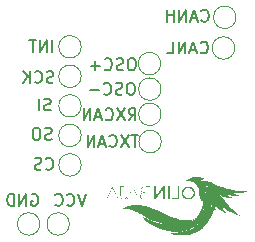
<source format=gbr>
%TF.GenerationSoftware,KiCad,Pcbnew,(6.0.7)*%
%TF.CreationDate,2022-10-19T11:36:30-04:00*%
%TF.ProjectId,SPItoCAN,53504974-6f43-4414-9e2e-6b696361645f,rev?*%
%TF.SameCoordinates,Original*%
%TF.FileFunction,Legend,Bot*%
%TF.FilePolarity,Positive*%
%FSLAX46Y46*%
G04 Gerber Fmt 4.6, Leading zero omitted, Abs format (unit mm)*
G04 Created by KiCad (PCBNEW (6.0.7)) date 2022-10-19 11:36:30*
%MOMM*%
%LPD*%
G01*
G04 APERTURE LIST*
%ADD10C,0.150000*%
%ADD11C,0.120000*%
G04 APERTURE END LIST*
D10*
%TO.C,GND*%
X20761904Y-30000000D02*
X20857142Y-29952380D01*
X21000000Y-29952380D01*
X21142857Y-30000000D01*
X21238095Y-30095238D01*
X21285714Y-30190476D01*
X21333333Y-30380952D01*
X21333333Y-30523809D01*
X21285714Y-30714285D01*
X21238095Y-30809523D01*
X21142857Y-30904761D01*
X21000000Y-30952380D01*
X20904761Y-30952380D01*
X20761904Y-30904761D01*
X20714285Y-30857142D01*
X20714285Y-30523809D01*
X20904761Y-30523809D01*
X20285714Y-30952380D02*
X20285714Y-29952380D01*
X19714285Y-30952380D01*
X19714285Y-29952380D01*
X19238095Y-30952380D02*
X19238095Y-29952380D01*
X19000000Y-29952380D01*
X18857142Y-30000000D01*
X18761904Y-30095238D01*
X18714285Y-30190476D01*
X18666666Y-30380952D01*
X18666666Y-30523809D01*
X18714285Y-30714285D01*
X18761904Y-30809523D01*
X18857142Y-30904761D01*
X19000000Y-30952380D01*
X19238095Y-30952380D01*
%TO.C,VCC*%
X25333333Y-29952380D02*
X25000000Y-30952380D01*
X24666666Y-29952380D01*
X23761904Y-30857142D02*
X23809523Y-30904761D01*
X23952380Y-30952380D01*
X24047619Y-30952380D01*
X24190476Y-30904761D01*
X24285714Y-30809523D01*
X24333333Y-30714285D01*
X24380952Y-30523809D01*
X24380952Y-30380952D01*
X24333333Y-30190476D01*
X24285714Y-30095238D01*
X24190476Y-30000000D01*
X24047619Y-29952380D01*
X23952380Y-29952380D01*
X23809523Y-30000000D01*
X23761904Y-30047619D01*
X22761904Y-30857142D02*
X22809523Y-30904761D01*
X22952380Y-30952380D01*
X23047619Y-30952380D01*
X23190476Y-30904761D01*
X23285714Y-30809523D01*
X23333333Y-30714285D01*
X23380952Y-30523809D01*
X23380952Y-30380952D01*
X23333333Y-30190476D01*
X23285714Y-30095238D01*
X23190476Y-30000000D01*
X23047619Y-29952380D01*
X22952380Y-29952380D01*
X22809523Y-30000000D01*
X22761904Y-30047619D01*
%TO.C,SO*%
X22450323Y-25322161D02*
X22307466Y-25369780D01*
X22069371Y-25369780D01*
X21974133Y-25322161D01*
X21926514Y-25274542D01*
X21878895Y-25179304D01*
X21878895Y-25084066D01*
X21926514Y-24988828D01*
X21974133Y-24941209D01*
X22069371Y-24893590D01*
X22259847Y-24845971D01*
X22355085Y-24798352D01*
X22402704Y-24750733D01*
X22450323Y-24655495D01*
X22450323Y-24560257D01*
X22402704Y-24465019D01*
X22355085Y-24417400D01*
X22259847Y-24369780D01*
X22021752Y-24369780D01*
X21878895Y-24417400D01*
X21259847Y-24369780D02*
X21069371Y-24369780D01*
X20974133Y-24417400D01*
X20878895Y-24512638D01*
X20831276Y-24703114D01*
X20831276Y-25036447D01*
X20878895Y-25226923D01*
X20974133Y-25322161D01*
X21069371Y-25369780D01*
X21259847Y-25369780D01*
X21355085Y-25322161D01*
X21450323Y-25226923D01*
X21497942Y-25036447D01*
X21497942Y-24703114D01*
X21450323Y-24512638D01*
X21355085Y-24417400D01*
X21259847Y-24369780D01*
%TO.C,CS*%
X21959866Y-27814542D02*
X22007485Y-27862161D01*
X22150342Y-27909780D01*
X22245580Y-27909780D01*
X22388438Y-27862161D01*
X22483676Y-27766923D01*
X22531295Y-27671685D01*
X22578914Y-27481209D01*
X22578914Y-27338352D01*
X22531295Y-27147876D01*
X22483676Y-27052638D01*
X22388438Y-26957400D01*
X22245580Y-26909780D01*
X22150342Y-26909780D01*
X22007485Y-26957400D01*
X21959866Y-27005019D01*
X21578914Y-27862161D02*
X21436057Y-27909780D01*
X21197961Y-27909780D01*
X21102723Y-27862161D01*
X21055104Y-27814542D01*
X21007485Y-27719304D01*
X21007485Y-27624066D01*
X21055104Y-27528828D01*
X21102723Y-27481209D01*
X21197961Y-27433590D01*
X21388438Y-27385971D01*
X21483676Y-27338352D01*
X21531295Y-27290733D01*
X21578914Y-27195495D01*
X21578914Y-27100257D01*
X21531295Y-27005019D01*
X21483676Y-26957400D01*
X21388438Y-26909780D01*
X21150342Y-26909780D01*
X21007485Y-26957400D01*
%TO.C,SI*%
X22367809Y-22832961D02*
X22224952Y-22880580D01*
X21986857Y-22880580D01*
X21891619Y-22832961D01*
X21844000Y-22785342D01*
X21796380Y-22690104D01*
X21796380Y-22594866D01*
X21844000Y-22499628D01*
X21891619Y-22452009D01*
X21986857Y-22404390D01*
X22177333Y-22356771D01*
X22272571Y-22309152D01*
X22320190Y-22261533D01*
X22367809Y-22166295D01*
X22367809Y-22071057D01*
X22320190Y-21975819D01*
X22272571Y-21928200D01*
X22177333Y-21880580D01*
X21939238Y-21880580D01*
X21796380Y-21928200D01*
X21367809Y-22880580D02*
X21367809Y-21880580D01*
%TO.C,SCK*%
X22596314Y-20521561D02*
X22453457Y-20569180D01*
X22215361Y-20569180D01*
X22120123Y-20521561D01*
X22072504Y-20473942D01*
X22024885Y-20378704D01*
X22024885Y-20283466D01*
X22072504Y-20188228D01*
X22120123Y-20140609D01*
X22215361Y-20092990D01*
X22405838Y-20045371D01*
X22501076Y-19997752D01*
X22548695Y-19950133D01*
X22596314Y-19854895D01*
X22596314Y-19759657D01*
X22548695Y-19664419D01*
X22501076Y-19616800D01*
X22405838Y-19569180D01*
X22167742Y-19569180D01*
X22024885Y-19616800D01*
X21024885Y-20473942D02*
X21072504Y-20521561D01*
X21215361Y-20569180D01*
X21310600Y-20569180D01*
X21453457Y-20521561D01*
X21548695Y-20426323D01*
X21596314Y-20331085D01*
X21643933Y-20140609D01*
X21643933Y-19997752D01*
X21596314Y-19807276D01*
X21548695Y-19712038D01*
X21453457Y-19616800D01*
X21310600Y-19569180D01*
X21215361Y-19569180D01*
X21072504Y-19616800D01*
X21024885Y-19664419D01*
X20596314Y-20569180D02*
X20596314Y-19569180D01*
X20024885Y-20569180D02*
X20453457Y-19997752D01*
X20024885Y-19569180D02*
X20596314Y-20140609D01*
%TO.C,OSC+*%
X29325676Y-18476980D02*
X29135200Y-18476980D01*
X29039961Y-18524600D01*
X28944723Y-18619838D01*
X28897104Y-18810314D01*
X28897104Y-19143647D01*
X28944723Y-19334123D01*
X29039961Y-19429361D01*
X29135200Y-19476980D01*
X29325676Y-19476980D01*
X29420914Y-19429361D01*
X29516152Y-19334123D01*
X29563771Y-19143647D01*
X29563771Y-18810314D01*
X29516152Y-18619838D01*
X29420914Y-18524600D01*
X29325676Y-18476980D01*
X28516152Y-19429361D02*
X28373295Y-19476980D01*
X28135200Y-19476980D01*
X28039961Y-19429361D01*
X27992342Y-19381742D01*
X27944723Y-19286504D01*
X27944723Y-19191266D01*
X27992342Y-19096028D01*
X28039961Y-19048409D01*
X28135200Y-19000790D01*
X28325676Y-18953171D01*
X28420914Y-18905552D01*
X28468533Y-18857933D01*
X28516152Y-18762695D01*
X28516152Y-18667457D01*
X28468533Y-18572219D01*
X28420914Y-18524600D01*
X28325676Y-18476980D01*
X28087580Y-18476980D01*
X27944723Y-18524600D01*
X26944723Y-19381742D02*
X26992342Y-19429361D01*
X27135200Y-19476980D01*
X27230438Y-19476980D01*
X27373295Y-19429361D01*
X27468533Y-19334123D01*
X27516152Y-19238885D01*
X27563771Y-19048409D01*
X27563771Y-18905552D01*
X27516152Y-18715076D01*
X27468533Y-18619838D01*
X27373295Y-18524600D01*
X27230438Y-18476980D01*
X27135200Y-18476980D01*
X26992342Y-18524600D01*
X26944723Y-18572219D01*
X26516152Y-19096028D02*
X25754247Y-19096028D01*
X26135200Y-19476980D02*
X26135200Y-18715076D01*
%TO.C,OSC-*%
X29249476Y-20559780D02*
X29059000Y-20559780D01*
X28963761Y-20607400D01*
X28868523Y-20702638D01*
X28820904Y-20893114D01*
X28820904Y-21226447D01*
X28868523Y-21416923D01*
X28963761Y-21512161D01*
X29059000Y-21559780D01*
X29249476Y-21559780D01*
X29344714Y-21512161D01*
X29439952Y-21416923D01*
X29487571Y-21226447D01*
X29487571Y-20893114D01*
X29439952Y-20702638D01*
X29344714Y-20607400D01*
X29249476Y-20559780D01*
X28439952Y-21512161D02*
X28297095Y-21559780D01*
X28059000Y-21559780D01*
X27963761Y-21512161D01*
X27916142Y-21464542D01*
X27868523Y-21369304D01*
X27868523Y-21274066D01*
X27916142Y-21178828D01*
X27963761Y-21131209D01*
X28059000Y-21083590D01*
X28249476Y-21035971D01*
X28344714Y-20988352D01*
X28392333Y-20940733D01*
X28439952Y-20845495D01*
X28439952Y-20750257D01*
X28392333Y-20655019D01*
X28344714Y-20607400D01*
X28249476Y-20559780D01*
X28011380Y-20559780D01*
X27868523Y-20607400D01*
X26868523Y-21464542D02*
X26916142Y-21512161D01*
X27059000Y-21559780D01*
X27154238Y-21559780D01*
X27297095Y-21512161D01*
X27392333Y-21416923D01*
X27439952Y-21321685D01*
X27487571Y-21131209D01*
X27487571Y-20988352D01*
X27439952Y-20797876D01*
X27392333Y-20702638D01*
X27297095Y-20607400D01*
X27154238Y-20559780D01*
X27059000Y-20559780D01*
X26916142Y-20607400D01*
X26868523Y-20655019D01*
X26439952Y-21178828D02*
X25678047Y-21178828D01*
%TO.C,INT*%
X22520161Y-17927580D02*
X22520161Y-16927580D01*
X22043971Y-17927580D02*
X22043971Y-16927580D01*
X21472542Y-17927580D01*
X21472542Y-16927580D01*
X21139209Y-16927580D02*
X20567780Y-16927580D01*
X20853495Y-17927580D02*
X20853495Y-16927580D01*
%TO.C,RXCAN*%
X28974847Y-23718780D02*
X29308180Y-23242590D01*
X29546276Y-23718780D02*
X29546276Y-22718780D01*
X29165323Y-22718780D01*
X29070085Y-22766400D01*
X29022466Y-22814019D01*
X28974847Y-22909257D01*
X28974847Y-23052114D01*
X29022466Y-23147352D01*
X29070085Y-23194971D01*
X29165323Y-23242590D01*
X29546276Y-23242590D01*
X28641514Y-22718780D02*
X27974847Y-23718780D01*
X27974847Y-22718780D02*
X28641514Y-23718780D01*
X27022466Y-23623542D02*
X27070085Y-23671161D01*
X27212942Y-23718780D01*
X27308180Y-23718780D01*
X27451038Y-23671161D01*
X27546276Y-23575923D01*
X27593895Y-23480685D01*
X27641514Y-23290209D01*
X27641514Y-23147352D01*
X27593895Y-22956876D01*
X27546276Y-22861638D01*
X27451038Y-22766400D01*
X27308180Y-22718780D01*
X27212942Y-22718780D01*
X27070085Y-22766400D01*
X27022466Y-22814019D01*
X26641514Y-23433066D02*
X26165323Y-23433066D01*
X26736752Y-23718780D02*
X26403419Y-22718780D01*
X26070085Y-23718780D01*
X25736752Y-23718780D02*
X25736752Y-22718780D01*
X25165323Y-23718780D01*
X25165323Y-22718780D01*
%TO.C,TXCAN*%
X29773285Y-24979380D02*
X29201857Y-24979380D01*
X29487571Y-25979380D02*
X29487571Y-24979380D01*
X28963761Y-24979380D02*
X28297095Y-25979380D01*
X28297095Y-24979380D02*
X28963761Y-25979380D01*
X27344714Y-25884142D02*
X27392333Y-25931761D01*
X27535190Y-25979380D01*
X27630428Y-25979380D01*
X27773285Y-25931761D01*
X27868523Y-25836523D01*
X27916142Y-25741285D01*
X27963761Y-25550809D01*
X27963761Y-25407952D01*
X27916142Y-25217476D01*
X27868523Y-25122238D01*
X27773285Y-25027000D01*
X27630428Y-24979380D01*
X27535190Y-24979380D01*
X27392333Y-25027000D01*
X27344714Y-25074619D01*
X26963761Y-25693666D02*
X26487571Y-25693666D01*
X27059000Y-25979380D02*
X26725666Y-24979380D01*
X26392333Y-25979380D01*
X26059000Y-25979380D02*
X26059000Y-24979380D01*
X25487571Y-25979380D01*
X25487571Y-24979380D01*
%TO.C,CANH*%
X35126466Y-15266942D02*
X35174085Y-15314561D01*
X35316942Y-15362180D01*
X35412180Y-15362180D01*
X35555038Y-15314561D01*
X35650276Y-15219323D01*
X35697895Y-15124085D01*
X35745514Y-14933609D01*
X35745514Y-14790752D01*
X35697895Y-14600276D01*
X35650276Y-14505038D01*
X35555038Y-14409800D01*
X35412180Y-14362180D01*
X35316942Y-14362180D01*
X35174085Y-14409800D01*
X35126466Y-14457419D01*
X34745514Y-15076466D02*
X34269323Y-15076466D01*
X34840752Y-15362180D02*
X34507419Y-14362180D01*
X34174085Y-15362180D01*
X33840752Y-15362180D02*
X33840752Y-14362180D01*
X33269323Y-15362180D01*
X33269323Y-14362180D01*
X32793133Y-15362180D02*
X32793133Y-14362180D01*
X32793133Y-14838371D02*
X32221704Y-14838371D01*
X32221704Y-15362180D02*
X32221704Y-14362180D01*
%TO.C,CANL*%
X35058219Y-17959342D02*
X35105838Y-18006961D01*
X35248695Y-18054580D01*
X35343933Y-18054580D01*
X35486790Y-18006961D01*
X35582028Y-17911723D01*
X35629647Y-17816485D01*
X35677266Y-17626009D01*
X35677266Y-17483152D01*
X35629647Y-17292676D01*
X35582028Y-17197438D01*
X35486790Y-17102200D01*
X35343933Y-17054580D01*
X35248695Y-17054580D01*
X35105838Y-17102200D01*
X35058219Y-17149819D01*
X34677266Y-17768866D02*
X34201076Y-17768866D01*
X34772504Y-18054580D02*
X34439171Y-17054580D01*
X34105838Y-18054580D01*
X33772504Y-18054580D02*
X33772504Y-17054580D01*
X33201076Y-18054580D01*
X33201076Y-17054580D01*
X32248695Y-18054580D02*
X32724885Y-18054580D01*
X32724885Y-17054580D01*
%TO.C,G\u002A\u002A\u002A*%
G36*
X32455722Y-30398086D02*
G01*
X32337740Y-30398086D01*
X32337740Y-29327814D01*
X32455722Y-29327814D01*
X32455722Y-30398086D01*
G37*
G36*
X29650260Y-30896002D02*
G01*
X29844011Y-30905941D01*
X30041648Y-30927812D01*
X30244245Y-30961845D01*
X30452880Y-31008269D01*
X30668627Y-31067315D01*
X30892564Y-31139210D01*
X31125766Y-31224186D01*
X31194653Y-31251025D01*
X31270949Y-31281724D01*
X31346165Y-31313182D01*
X31422579Y-31346429D01*
X31502465Y-31382493D01*
X31588100Y-31422405D01*
X31681760Y-31467195D01*
X31785721Y-31517893D01*
X31902258Y-31575528D01*
X31931457Y-31590037D01*
X32029982Y-31638819D01*
X32116072Y-31681089D01*
X32191742Y-31717775D01*
X32259009Y-31749804D01*
X32319887Y-31778105D01*
X32376393Y-31803603D01*
X32430540Y-31827227D01*
X32484344Y-31849903D01*
X32539822Y-31872560D01*
X32598987Y-31896124D01*
X32613918Y-31901987D01*
X32802977Y-31971971D01*
X32988569Y-32032834D01*
X33169380Y-32084291D01*
X33344094Y-32126058D01*
X33511397Y-32157849D01*
X33669975Y-32179378D01*
X33818513Y-32190362D01*
X33955698Y-32190514D01*
X33981826Y-32189329D01*
X34053172Y-32184488D01*
X34118196Y-32177030D01*
X34181245Y-32166113D01*
X34246665Y-32150896D01*
X34318804Y-32130539D01*
X34402009Y-32104202D01*
X34414774Y-32100024D01*
X34463068Y-32084466D01*
X34505081Y-32071317D01*
X34538387Y-32061308D01*
X34560558Y-32055174D01*
X34569171Y-32053649D01*
X34569217Y-32053968D01*
X34562573Y-32061658D01*
X34545536Y-32077547D01*
X34520439Y-32099527D01*
X34489616Y-32125491D01*
X34422991Y-32178301D01*
X34278198Y-32278121D01*
X34124220Y-32364900D01*
X33960627Y-32438799D01*
X33786991Y-32499976D01*
X33602884Y-32548595D01*
X33407877Y-32584814D01*
X33201542Y-32608796D01*
X33174063Y-32610351D01*
X33130908Y-32611609D01*
X33076747Y-32612444D01*
X33014618Y-32612871D01*
X32947556Y-32612906D01*
X32878597Y-32612564D01*
X32810779Y-32611861D01*
X32747137Y-32610813D01*
X32690707Y-32609435D01*
X32644525Y-32607744D01*
X32611628Y-32605754D01*
X32396341Y-32583069D01*
X32157893Y-32547500D01*
X31915723Y-32500416D01*
X31668092Y-32441435D01*
X31413260Y-32370178D01*
X31149485Y-32286264D01*
X31094074Y-32267567D01*
X31018423Y-32241691D01*
X30956182Y-32219827D01*
X30905718Y-32201325D01*
X30865399Y-32185536D01*
X30833591Y-32171810D01*
X30808663Y-32159500D01*
X30788980Y-32147954D01*
X30772911Y-32136525D01*
X30762798Y-32128720D01*
X30718727Y-32096274D01*
X30663029Y-32057098D01*
X30597929Y-32012653D01*
X30525654Y-31964402D01*
X30448430Y-31913809D01*
X30368486Y-31862334D01*
X30288046Y-31811442D01*
X30209340Y-31762595D01*
X30134592Y-31717255D01*
X30089614Y-31690508D01*
X29963535Y-31617620D01*
X29846917Y-31553726D01*
X29737089Y-31497553D01*
X29631385Y-31447825D01*
X29527135Y-31403269D01*
X29421671Y-31362611D01*
X29312325Y-31324576D01*
X29187845Y-31285686D01*
X29067459Y-31253592D01*
X28956325Y-31230376D01*
X28852105Y-31215630D01*
X28752459Y-31208946D01*
X28655049Y-31209917D01*
X28613030Y-31212217D01*
X28570604Y-31215088D01*
X28535200Y-31218041D01*
X28511728Y-31220705D01*
X28473805Y-31226431D01*
X28490618Y-31207504D01*
X28496378Y-31201385D01*
X28530136Y-31172722D01*
X28576679Y-31141065D01*
X28633269Y-31107860D01*
X28697169Y-31074552D01*
X28765640Y-31042587D01*
X28835946Y-31013411D01*
X28905348Y-30988470D01*
X28955912Y-30972684D01*
X29067305Y-30943746D01*
X29182833Y-30921943D01*
X29305443Y-30906871D01*
X29438084Y-30898125D01*
X29583703Y-30895299D01*
X29650260Y-30896002D01*
G37*
G36*
X34582814Y-29944973D02*
G01*
X34575071Y-29989697D01*
X34565572Y-30022317D01*
X34529733Y-30105590D01*
X34479977Y-30181936D01*
X34417959Y-30249718D01*
X34345336Y-30307299D01*
X34263765Y-30353042D01*
X34174899Y-30385310D01*
X34158685Y-30388943D01*
X34112257Y-30394577D01*
X34056756Y-30396698D01*
X33997293Y-30395485D01*
X33938979Y-30391120D01*
X33886922Y-30383785D01*
X33846233Y-30373660D01*
X33839585Y-30371328D01*
X33750406Y-30330842D01*
X33671047Y-30277028D01*
X33602572Y-30210904D01*
X33546049Y-30133487D01*
X33502543Y-30045794D01*
X33494502Y-30024503D01*
X33488017Y-30003029D01*
X33483817Y-29980510D01*
X33481400Y-29952994D01*
X33480266Y-29916529D01*
X33479947Y-29871613D01*
X33597182Y-29871613D01*
X33606899Y-29950552D01*
X33632268Y-30026511D01*
X33672645Y-30097648D01*
X33727385Y-30162121D01*
X33784581Y-30210538D01*
X33851444Y-30249240D01*
X33927397Y-30275824D01*
X33938145Y-30278420D01*
X34009677Y-30287188D01*
X34085265Y-30283739D01*
X34159122Y-30268714D01*
X34225464Y-30242756D01*
X34276048Y-30212190D01*
X34337262Y-30160565D01*
X34387984Y-30099749D01*
X34426970Y-30032025D01*
X34452977Y-29959674D01*
X34464762Y-29884978D01*
X34461083Y-29810220D01*
X34447833Y-29750895D01*
X34416751Y-29672186D01*
X34372532Y-29603149D01*
X34316172Y-29544753D01*
X34248664Y-29497967D01*
X34171005Y-29463759D01*
X34084188Y-29443098D01*
X34050185Y-29439540D01*
X33971334Y-29442603D01*
X33895284Y-29460543D01*
X33823890Y-29491974D01*
X33759011Y-29535511D01*
X33702505Y-29589768D01*
X33656229Y-29653358D01*
X33622040Y-29724897D01*
X33601797Y-29802997D01*
X33597182Y-29871613D01*
X33479947Y-29871613D01*
X33479915Y-29867164D01*
X33480655Y-29813786D01*
X33484864Y-29755252D01*
X33493830Y-29705709D01*
X33508728Y-29660819D01*
X33530733Y-29616244D01*
X33561019Y-29567644D01*
X33604355Y-29510936D01*
X33671227Y-29446858D01*
X33749317Y-29395108D01*
X33839200Y-29355247D01*
X33861259Y-29348429D01*
X33918807Y-29336706D01*
X33984001Y-29329698D01*
X34050976Y-29327682D01*
X34113867Y-29330937D01*
X34166807Y-29339740D01*
X34205759Y-29351433D01*
X34272056Y-29378117D01*
X34336124Y-29411351D01*
X34390655Y-29447612D01*
X34429366Y-29482073D01*
X34479479Y-29540652D01*
X34523061Y-29607653D01*
X34557069Y-29678218D01*
X34578462Y-29747489D01*
X34583450Y-29779497D01*
X34587097Y-29833125D01*
X34586878Y-29884978D01*
X34586854Y-29890533D01*
X34582814Y-29944973D01*
G37*
G36*
X35334554Y-30469719D02*
G01*
X35336699Y-30493504D01*
X35339467Y-30544495D01*
X35341298Y-30607374D01*
X35342228Y-30679063D01*
X35342292Y-30756488D01*
X35341525Y-30836570D01*
X35339963Y-30916235D01*
X35337642Y-30992406D01*
X35334597Y-31062006D01*
X35330863Y-31121958D01*
X35326477Y-31169188D01*
X35325781Y-31175048D01*
X35303244Y-31334830D01*
X35274726Y-31489208D01*
X35241238Y-31632692D01*
X35191945Y-31798825D01*
X35125356Y-31975406D01*
X35047251Y-32140668D01*
X34957891Y-32294278D01*
X34857538Y-32435905D01*
X34746453Y-32565217D01*
X34624899Y-32681882D01*
X34493137Y-32785567D01*
X34351430Y-32875941D01*
X34200040Y-32952672D01*
X34120473Y-32986489D01*
X33943108Y-33050091D01*
X33761995Y-33099541D01*
X33579898Y-33134148D01*
X33399584Y-33153217D01*
X33176866Y-33161193D01*
X32949312Y-33157592D01*
X32725780Y-33142303D01*
X32510500Y-33115507D01*
X32480353Y-33110804D01*
X32378603Y-33094279D01*
X32289356Y-33078473D01*
X32209257Y-33062593D01*
X32134951Y-33045847D01*
X32063083Y-33027441D01*
X31990299Y-33006584D01*
X31913244Y-32982481D01*
X31828564Y-32954340D01*
X31677865Y-32901369D01*
X31479954Y-32825850D01*
X31293451Y-32747574D01*
X31118961Y-32666890D01*
X30957089Y-32584145D01*
X30808439Y-32499688D01*
X30673616Y-32413869D01*
X30553225Y-32327035D01*
X30447870Y-32239537D01*
X30358156Y-32151722D01*
X30284687Y-32063939D01*
X30274913Y-32050341D01*
X30253838Y-32018486D01*
X30233280Y-31984569D01*
X30214996Y-31951813D01*
X30200744Y-31923442D01*
X30192281Y-31902680D01*
X30191364Y-31892748D01*
X30191661Y-31892646D01*
X30201799Y-31896051D01*
X30224203Y-31906056D01*
X30256538Y-31921545D01*
X30296468Y-31941402D01*
X30341655Y-31964512D01*
X30440847Y-32015024D01*
X30574947Y-32080192D01*
X30706091Y-32139905D01*
X30836475Y-32194927D01*
X30968291Y-32246026D01*
X31103734Y-32293969D01*
X31244999Y-32339522D01*
X31394280Y-32383451D01*
X31553770Y-32426524D01*
X31725665Y-32469506D01*
X31912159Y-32513164D01*
X31919682Y-32514871D01*
X32054097Y-32543678D01*
X32183369Y-32567836D01*
X32314822Y-32588615D01*
X32455782Y-32607283D01*
X32502925Y-32612228D01*
X32577735Y-32617889D01*
X32662314Y-32622328D01*
X32753709Y-32625527D01*
X32848969Y-32627471D01*
X32945143Y-32628146D01*
X33039277Y-32627535D01*
X33128419Y-32625623D01*
X33209619Y-32622394D01*
X33279923Y-32617832D01*
X33336379Y-32611923D01*
X33476749Y-32589788D01*
X33669080Y-32548273D01*
X33849672Y-32495273D01*
X34019075Y-32430569D01*
X34177838Y-32353944D01*
X34326511Y-32265180D01*
X34465643Y-32164059D01*
X34507621Y-32128533D01*
X34557440Y-32082873D01*
X34610538Y-32031425D01*
X34663661Y-31977496D01*
X34713556Y-31924391D01*
X34756968Y-31875414D01*
X34790645Y-31833873D01*
X34804115Y-31815833D01*
X34908683Y-31660967D01*
X35003304Y-31493391D01*
X35087545Y-31314207D01*
X35160974Y-31124516D01*
X35223159Y-30925422D01*
X35273669Y-30718025D01*
X35312071Y-30503428D01*
X35327022Y-30402300D01*
X35334554Y-30469719D01*
G37*
G36*
X31250613Y-30188955D02*
G01*
X31568205Y-29758384D01*
X31885797Y-29327814D01*
X32017501Y-29327814D01*
X32017501Y-30398086D01*
X31891244Y-30398086D01*
X31889060Y-29968227D01*
X31886877Y-29538367D01*
X31254627Y-30393873D01*
X31124203Y-30398795D01*
X31124203Y-29327814D01*
X31250613Y-29327814D01*
X31250613Y-30188955D01*
G37*
G36*
X34855744Y-28521911D02*
G01*
X34918109Y-28526506D01*
X34935478Y-28528453D01*
X34986227Y-28535433D01*
X35043134Y-28544745D01*
X35103667Y-28555833D01*
X35165293Y-28568137D01*
X35225478Y-28581100D01*
X35281690Y-28594163D01*
X35331395Y-28606769D01*
X35372061Y-28618358D01*
X35401154Y-28628373D01*
X35416142Y-28636256D01*
X35415689Y-28637407D01*
X35403864Y-28641114D01*
X35379205Y-28645870D01*
X35344459Y-28651183D01*
X35302373Y-28656564D01*
X35286572Y-28658444D01*
X35221934Y-28666958D01*
X35173719Y-28674905D01*
X35141582Y-28682361D01*
X35125178Y-28689402D01*
X35124160Y-28696106D01*
X35126490Y-28697540D01*
X35142663Y-28702664D01*
X35169610Y-28708620D01*
X35202955Y-28714393D01*
X35216302Y-28716570D01*
X35246017Y-28722624D01*
X35266697Y-28728615D01*
X35274499Y-28733517D01*
X35269347Y-28737687D01*
X35250833Y-28745458D01*
X35222003Y-28755062D01*
X35186180Y-28765302D01*
X35157077Y-28773100D01*
X35123558Y-28782248D01*
X35098471Y-28789290D01*
X35085750Y-28793137D01*
X35077733Y-28797620D01*
X35080152Y-28803194D01*
X35096559Y-28809077D01*
X35127662Y-28815446D01*
X35174170Y-28822474D01*
X35236794Y-28830336D01*
X35395019Y-28851904D01*
X35583498Y-28886153D01*
X35759562Y-28928148D01*
X35922473Y-28977684D01*
X36071494Y-29034557D01*
X36205888Y-29098563D01*
X36216825Y-29104376D01*
X36300371Y-29148092D01*
X36375479Y-29185832D01*
X36445675Y-29219092D01*
X36514484Y-29249370D01*
X36585433Y-29278165D01*
X36662045Y-29306972D01*
X36747848Y-29337291D01*
X36846366Y-29370617D01*
X36940362Y-29401272D01*
X37138644Y-29461711D01*
X37336169Y-29516361D01*
X37531214Y-29564879D01*
X37722057Y-29606926D01*
X37906973Y-29642159D01*
X38084239Y-29670238D01*
X38252132Y-29690823D01*
X38408927Y-29703572D01*
X38552902Y-29708145D01*
X38650609Y-29706779D01*
X38741018Y-29701360D01*
X38819568Y-29691331D01*
X38888638Y-29676161D01*
X38950607Y-29655322D01*
X39007853Y-29628283D01*
X39062756Y-29594514D01*
X39100678Y-29568562D01*
X39072979Y-29603593D01*
X39026240Y-29655343D01*
X38951355Y-29717550D01*
X38863540Y-29771128D01*
X38763871Y-29815749D01*
X38653421Y-29851085D01*
X38533265Y-29876807D01*
X38404477Y-29892587D01*
X38268132Y-29898097D01*
X38125304Y-29893010D01*
X38117760Y-29892454D01*
X38059168Y-29887448D01*
X37998408Y-29881201D01*
X37939276Y-29874191D01*
X37885570Y-29866894D01*
X37841086Y-29859788D01*
X37809621Y-29853349D01*
X37799571Y-29851529D01*
X37789561Y-29854041D01*
X37791105Y-29863267D01*
X37802499Y-29877563D01*
X37822036Y-29895284D01*
X37848012Y-29914784D01*
X37878720Y-29934418D01*
X37912456Y-29952543D01*
X37941358Y-29965131D01*
X37997105Y-29984866D01*
X38062740Y-30004170D01*
X38134063Y-30022094D01*
X38206873Y-30037688D01*
X38276968Y-30050002D01*
X38340147Y-30058087D01*
X38392209Y-30060993D01*
X38400186Y-30061116D01*
X38418424Y-30063381D01*
X38421385Y-30068009D01*
X38410062Y-30074347D01*
X38385449Y-30081747D01*
X38348539Y-30089559D01*
X38291550Y-30098769D01*
X38159525Y-30112414D01*
X38017217Y-30117681D01*
X37867535Y-30114673D01*
X37713385Y-30103488D01*
X37557675Y-30084227D01*
X37403314Y-30056991D01*
X37398126Y-30055936D01*
X37359030Y-30048310D01*
X37326738Y-30042562D01*
X37304478Y-30039233D01*
X37295477Y-30038867D01*
X37295268Y-30040576D01*
X37303649Y-30050341D01*
X37323176Y-30066129D01*
X37351351Y-30086132D01*
X37385672Y-30108541D01*
X37423639Y-30131549D01*
X37478411Y-30160865D01*
X37571808Y-30202046D01*
X37674081Y-30238202D01*
X37780535Y-30267736D01*
X37886475Y-30289048D01*
X37919439Y-30295127D01*
X37938296Y-30300649D01*
X37941175Y-30305186D01*
X37928513Y-30308676D01*
X37900749Y-30311057D01*
X37858323Y-30312267D01*
X37801673Y-30312245D01*
X37731237Y-30310928D01*
X37672773Y-30308894D01*
X37542979Y-30300665D01*
X37416087Y-30287672D01*
X37294396Y-30270320D01*
X37180203Y-30249014D01*
X37075808Y-30224159D01*
X36983508Y-30196161D01*
X36905602Y-30165423D01*
X36883291Y-30154888D01*
X36859625Y-30141982D01*
X36838773Y-30127354D01*
X36817324Y-30108205D01*
X36791867Y-30081737D01*
X36758992Y-30045152D01*
X36732018Y-30015083D01*
X36667341Y-29946570D01*
X36603411Y-29884696D01*
X36537009Y-29826738D01*
X36464916Y-29769975D01*
X36383915Y-29711684D01*
X36290787Y-29649142D01*
X36283670Y-29644511D01*
X36161197Y-29570946D01*
X36026360Y-29500263D01*
X35883362Y-29434287D01*
X35736405Y-29374843D01*
X35589693Y-29323756D01*
X35447428Y-29282853D01*
X35415835Y-29274885D01*
X35372546Y-29264380D01*
X35342061Y-29257901D01*
X35322181Y-29255214D01*
X35310704Y-29256083D01*
X35305432Y-29260275D01*
X35304163Y-29267553D01*
X35306230Y-29279379D01*
X35312941Y-29305869D01*
X35323690Y-29344459D01*
X35337848Y-29393093D01*
X35354787Y-29449711D01*
X35373878Y-29512257D01*
X35394493Y-29578673D01*
X35416004Y-29646901D01*
X35437780Y-29714884D01*
X35459195Y-29780563D01*
X35479618Y-29841882D01*
X35511243Y-29934141D01*
X35587998Y-30145886D01*
X35665328Y-30342158D01*
X35743137Y-30522760D01*
X35821327Y-30687495D01*
X35899802Y-30836165D01*
X35978466Y-30968573D01*
X36057222Y-31084521D01*
X36135974Y-31183813D01*
X36141368Y-31190157D01*
X36161331Y-31215906D01*
X36175329Y-31237612D01*
X36180606Y-31251123D01*
X36178218Y-31263186D01*
X36171246Y-31288656D01*
X36160534Y-31324527D01*
X36146928Y-31367967D01*
X36131274Y-31416145D01*
X36088386Y-31538269D01*
X36003521Y-31746532D01*
X35906105Y-31949331D01*
X35797431Y-32144242D01*
X35678796Y-32328842D01*
X35551496Y-32500708D01*
X35523654Y-32534419D01*
X35474270Y-32590439D01*
X35417550Y-32651403D01*
X35356486Y-32714305D01*
X35294071Y-32776141D01*
X35233299Y-32833905D01*
X35177163Y-32884593D01*
X35128656Y-32925200D01*
X35061585Y-32976527D01*
X34892936Y-33091136D01*
X34717584Y-33190327D01*
X34535427Y-33274140D01*
X34346361Y-33342614D01*
X34150283Y-33395788D01*
X33947089Y-33433703D01*
X33736678Y-33456396D01*
X33552457Y-33463154D01*
X33343709Y-33456970D01*
X33127564Y-33436751D01*
X32904864Y-33402605D01*
X32676455Y-33354637D01*
X32443182Y-33292956D01*
X32409805Y-33283211D01*
X32369239Y-33271266D01*
X32336775Y-33261586D01*
X32315109Y-33254977D01*
X32306938Y-33252246D01*
X32309159Y-33252043D01*
X32325185Y-33251692D01*
X32354997Y-33251380D01*
X32396604Y-33251117D01*
X32448017Y-33250916D01*
X32507245Y-33250786D01*
X32572299Y-33250741D01*
X32647685Y-33250458D01*
X32738597Y-33248994D01*
X32819361Y-33245984D01*
X32893827Y-33241096D01*
X32965848Y-33233998D01*
X33039275Y-33224357D01*
X33117960Y-33211842D01*
X33205755Y-33196119D01*
X33244796Y-33189659D01*
X33298438Y-33182272D01*
X33355256Y-33175660D01*
X33408012Y-33170733D01*
X33514528Y-33160006D01*
X33692627Y-33131314D01*
X33866164Y-33089937D01*
X34033525Y-33036490D01*
X34193093Y-32971585D01*
X34343256Y-32895838D01*
X34482399Y-32809861D01*
X34608907Y-32714268D01*
X34721731Y-32611346D01*
X34839216Y-32482771D01*
X34944923Y-32342153D01*
X35038848Y-32189505D01*
X35120983Y-32024840D01*
X35191324Y-31848170D01*
X35249864Y-31659510D01*
X35296599Y-31458871D01*
X35331522Y-31246266D01*
X35354627Y-31021710D01*
X35357835Y-30971445D01*
X35361651Y-30870164D01*
X35362718Y-30762965D01*
X35361129Y-30654374D01*
X35356974Y-30548912D01*
X35350346Y-30451102D01*
X35341335Y-30365467D01*
X35340162Y-30357329D01*
X35335688Y-30339222D01*
X35330399Y-30336329D01*
X35324180Y-30348966D01*
X35316916Y-30377451D01*
X35308495Y-30422099D01*
X35298800Y-30483228D01*
X35293815Y-30516206D01*
X35287277Y-30558090D01*
X35281777Y-30591754D01*
X35277777Y-30614379D01*
X35275743Y-30623145D01*
X35275574Y-30623228D01*
X35266789Y-30619581D01*
X35248054Y-30608912D01*
X35223129Y-30593349D01*
X35216454Y-30588939D01*
X35155164Y-30538030D01*
X35101944Y-30473277D01*
X35056120Y-30393873D01*
X35037218Y-30352868D01*
X35004553Y-30268272D01*
X34977679Y-30177075D01*
X34956206Y-30077315D01*
X34939748Y-29967031D01*
X34927916Y-29844261D01*
X34920323Y-29707045D01*
X34918949Y-29676084D01*
X34913137Y-29596173D01*
X34904014Y-29527910D01*
X34890817Y-29467539D01*
X34872789Y-29411304D01*
X34849168Y-29355452D01*
X34842541Y-29341600D01*
X34797962Y-29262039D01*
X34744908Y-29190292D01*
X34679353Y-29120798D01*
X34662662Y-29104978D01*
X34618353Y-29065843D01*
X34576177Y-29034140D01*
X34530096Y-29005609D01*
X34474070Y-28975991D01*
X34459492Y-28968862D01*
X34358870Y-28927661D01*
X34247045Y-28894088D01*
X34127697Y-28868943D01*
X34004507Y-28853025D01*
X33881157Y-28847135D01*
X33816738Y-28846814D01*
X33862140Y-28804473D01*
X33937658Y-28742222D01*
X34037331Y-28678534D01*
X34149559Y-28623839D01*
X34273084Y-28578741D01*
X34406651Y-28543840D01*
X34429164Y-28539593D01*
X34486471Y-28531938D01*
X34554635Y-28525985D01*
X34629649Y-28521870D01*
X34707509Y-28519729D01*
X34784209Y-28519698D01*
X34855744Y-28521911D01*
G37*
G36*
X27973694Y-30121337D02*
G01*
X28004578Y-30189619D01*
X28031525Y-30249241D01*
X28053931Y-30298864D01*
X28071189Y-30337151D01*
X28082696Y-30362764D01*
X28087847Y-30374365D01*
X28093325Y-30388884D01*
X28091700Y-30396552D01*
X28079420Y-30397941D01*
X28074749Y-30397157D01*
X28067322Y-30392236D01*
X28058581Y-30381158D01*
X28047476Y-30362050D01*
X28032953Y-30333040D01*
X28013960Y-30292255D01*
X27989445Y-30237822D01*
X27918026Y-30077848D01*
X27276830Y-30077848D01*
X27205146Y-30235860D01*
X27197885Y-30251828D01*
X27174321Y-30302823D01*
X27156019Y-30340619D01*
X27141944Y-30367054D01*
X27131064Y-30383965D01*
X27122346Y-30393187D01*
X27114756Y-30396558D01*
X27110388Y-30397091D01*
X27100337Y-30394958D01*
X27102313Y-30383068D01*
X27103842Y-30379485D01*
X27111762Y-30361657D01*
X27125760Y-30330473D01*
X27145249Y-30287233D01*
X27169639Y-30233238D01*
X27198344Y-30169789D01*
X27230775Y-30098186D01*
X27258165Y-30037768D01*
X27298191Y-30037768D01*
X27305217Y-30039138D01*
X27327297Y-30040498D01*
X27362582Y-30041701D01*
X27409179Y-30042707D01*
X27465197Y-30043475D01*
X27528745Y-30043966D01*
X27597929Y-30044138D01*
X27656174Y-30044119D01*
X27724085Y-30043990D01*
X27777877Y-30043668D01*
X27819145Y-30043074D01*
X27849480Y-30042127D01*
X27870477Y-30040748D01*
X27883730Y-30038855D01*
X27890832Y-30036369D01*
X27893377Y-30033210D01*
X27892958Y-30029298D01*
X27891519Y-30025352D01*
X27883662Y-30006443D01*
X27870284Y-29975712D01*
X27852273Y-29935101D01*
X27830516Y-29886554D01*
X27805903Y-29832011D01*
X27779321Y-29773417D01*
X27751657Y-29712712D01*
X27723802Y-29651840D01*
X27696641Y-29592743D01*
X27671064Y-29537364D01*
X27647959Y-29487644D01*
X27628214Y-29445527D01*
X27612716Y-29412955D01*
X27602354Y-29391870D01*
X27598017Y-29384214D01*
X27594776Y-29389257D01*
X27585297Y-29407822D01*
X27570533Y-29438223D01*
X27551366Y-29478543D01*
X27528675Y-29526862D01*
X27503340Y-29581263D01*
X27476242Y-29639828D01*
X27448260Y-29700638D01*
X27420274Y-29761776D01*
X27393165Y-29821322D01*
X27367812Y-29877359D01*
X27345095Y-29927969D01*
X27325894Y-29971232D01*
X27311090Y-30005232D01*
X27301562Y-30028050D01*
X27298191Y-30037768D01*
X27258165Y-30037768D01*
X27266343Y-30019728D01*
X27304461Y-29935718D01*
X27344541Y-29847455D01*
X27377738Y-29774445D01*
X27420666Y-29680314D01*
X27457542Y-29599890D01*
X27488854Y-29532172D01*
X27515087Y-29476162D01*
X27536727Y-29430860D01*
X27554262Y-29395268D01*
X27568176Y-29368386D01*
X27578957Y-29349215D01*
X27587091Y-29336756D01*
X27593064Y-29330010D01*
X27597361Y-29327978D01*
X27599845Y-29328707D01*
X27605111Y-29333464D01*
X27612326Y-29343526D01*
X27621982Y-29359900D01*
X27634569Y-29383598D01*
X27650578Y-29415627D01*
X27670499Y-29456997D01*
X27694823Y-29508718D01*
X27724042Y-29571798D01*
X27758645Y-29647247D01*
X27799123Y-29736075D01*
X27845968Y-29839290D01*
X27863467Y-29877905D01*
X27902534Y-29964142D01*
X27933808Y-30033210D01*
X27939478Y-30045732D01*
X27973694Y-30121337D01*
G37*
G36*
X28512754Y-29327829D02*
G01*
X28572779Y-29328043D01*
X28618489Y-29328602D01*
X28651737Y-29329617D01*
X28674373Y-29331198D01*
X28688250Y-29333458D01*
X28695218Y-29336507D01*
X28697129Y-29340455D01*
X28697125Y-29340675D01*
X28694959Y-29344724D01*
X28687496Y-29347806D01*
X28672808Y-29350045D01*
X28648970Y-29351569D01*
X28614057Y-29352501D01*
X28566142Y-29352969D01*
X28503300Y-29353096D01*
X28309471Y-29353096D01*
X28309471Y-29755838D01*
X28309472Y-29766241D01*
X28309568Y-29865779D01*
X28309925Y-29950127D01*
X28310681Y-30020804D01*
X28311974Y-30079328D01*
X28313942Y-30127219D01*
X28316723Y-30165994D01*
X28320456Y-30197174D01*
X28325277Y-30222276D01*
X28331326Y-30242819D01*
X28338740Y-30260322D01*
X28347657Y-30276305D01*
X28358215Y-30292284D01*
X28377805Y-30315886D01*
X28418449Y-30345439D01*
X28469726Y-30362871D01*
X28532571Y-30368591D01*
X28583709Y-30364993D01*
X28640070Y-30349344D01*
X28690320Y-30319887D01*
X28737793Y-30275104D01*
X28755459Y-30255878D01*
X28771382Y-30241187D01*
X28781565Y-30236716D01*
X28788607Y-30240707D01*
X28792363Y-30248517D01*
X28788891Y-30261841D01*
X28774484Y-30282419D01*
X28736834Y-30322684D01*
X28681456Y-30363586D01*
X28621338Y-30390212D01*
X28617796Y-30391092D01*
X28595992Y-30394014D01*
X28564405Y-30396181D01*
X28528582Y-30397177D01*
X28491766Y-30395947D01*
X28432557Y-30385205D01*
X28384142Y-30362713D01*
X28344906Y-30327587D01*
X28313235Y-30278940D01*
X28309794Y-30271988D01*
X28302207Y-30254397D01*
X28295827Y-30234984D01*
X28290552Y-30212244D01*
X28286279Y-30184676D01*
X28282906Y-30150775D01*
X28280330Y-30109038D01*
X28278450Y-30057964D01*
X28277161Y-29996047D01*
X28276363Y-29921787D01*
X28275952Y-29833679D01*
X28275826Y-29730220D01*
X28275762Y-29327814D01*
X28486446Y-29327814D01*
X28512754Y-29327829D01*
G37*
G36*
X35338155Y-29273414D02*
G01*
X35365888Y-29278348D01*
X35403998Y-29287113D01*
X35450005Y-29299074D01*
X35501428Y-29313594D01*
X35555788Y-29330036D01*
X35610603Y-29347765D01*
X35663141Y-29365895D01*
X35821332Y-29426890D01*
X35975578Y-29495790D01*
X36123728Y-29571377D01*
X36263633Y-29652430D01*
X36393142Y-29737730D01*
X36510107Y-29826057D01*
X36612377Y-29916190D01*
X36624958Y-29928358D01*
X36645452Y-29948550D01*
X36666115Y-29969519D01*
X36688309Y-29992755D01*
X36713400Y-30019749D01*
X36742752Y-30051992D01*
X36777729Y-30090972D01*
X36819694Y-30138182D01*
X36870013Y-30195111D01*
X36930048Y-30263249D01*
X36934114Y-30267874D01*
X36986889Y-30329035D01*
X37040690Y-30393607D01*
X37097636Y-30464216D01*
X37159849Y-30543489D01*
X37229449Y-30634052D01*
X37247727Y-30657959D01*
X37315639Y-30745188D01*
X37378728Y-30823171D01*
X37440412Y-30895858D01*
X37504104Y-30967196D01*
X37573221Y-31041135D01*
X37651177Y-31121623D01*
X37728034Y-31198571D01*
X37847745Y-31313391D01*
X37968171Y-31423104D01*
X38087258Y-31525955D01*
X38202954Y-31620186D01*
X38313205Y-31704042D01*
X38415958Y-31775767D01*
X38416786Y-31776316D01*
X38440811Y-31793092D01*
X38457905Y-31806609D01*
X38464415Y-31813985D01*
X38461426Y-31816145D01*
X38445046Y-31815798D01*
X38416466Y-31811235D01*
X38378057Y-31803048D01*
X38332189Y-31791828D01*
X38281233Y-31778167D01*
X38227561Y-31762657D01*
X38173543Y-31745888D01*
X38121550Y-31728453D01*
X38009035Y-31686428D01*
X37809117Y-31598827D01*
X37611998Y-31496068D01*
X37419415Y-31379237D01*
X37233103Y-31249421D01*
X37054800Y-31107707D01*
X36886242Y-30955182D01*
X36870045Y-30939663D01*
X36840058Y-30911655D01*
X36815501Y-30889681D01*
X36798566Y-30875675D01*
X36791442Y-30871568D01*
X36792384Y-30876490D01*
X36799448Y-30894397D01*
X36812129Y-30922886D01*
X36829274Y-30959388D01*
X36849729Y-31001335D01*
X36903790Y-31104538D01*
X36972865Y-31219694D01*
X37046532Y-31323981D01*
X37127165Y-31420707D01*
X37217141Y-31513182D01*
X37236464Y-31531932D01*
X37265614Y-31561244D01*
X37288262Y-31585356D01*
X37302468Y-31602169D01*
X37306290Y-31609584D01*
X37303400Y-31610754D01*
X37286479Y-31608763D01*
X37257561Y-31600300D01*
X37218824Y-31586192D01*
X37172445Y-31567265D01*
X37120603Y-31544344D01*
X37065477Y-31518257D01*
X37029924Y-31500559D01*
X36865279Y-31409306D01*
X36714337Y-31309183D01*
X36576078Y-31199321D01*
X36449483Y-31078850D01*
X36333533Y-30946899D01*
X36227210Y-30802599D01*
X36214578Y-30783927D01*
X36197285Y-30758902D01*
X36187091Y-30745884D01*
X36182476Y-30743590D01*
X36181921Y-30750738D01*
X36183908Y-30766045D01*
X36190582Y-30802162D01*
X36205515Y-30862051D01*
X36225992Y-30930756D01*
X36250750Y-31004717D01*
X36278522Y-31080375D01*
X36308043Y-31154170D01*
X36338048Y-31222542D01*
X36367272Y-31281931D01*
X36375454Y-31297402D01*
X36390872Y-31327620D01*
X36397799Y-31345825D01*
X36394977Y-31352799D01*
X36381148Y-31349323D01*
X36355056Y-31336179D01*
X36315444Y-31314150D01*
X36271314Y-31285982D01*
X36203120Y-31229421D01*
X36133790Y-31156586D01*
X36063498Y-31067791D01*
X35992416Y-30963350D01*
X35920720Y-30843577D01*
X35848584Y-30708785D01*
X35776181Y-30559290D01*
X35703686Y-30395404D01*
X35631273Y-30217442D01*
X35559115Y-30025718D01*
X35487387Y-29820545D01*
X35468316Y-29763327D01*
X35447084Y-29698222D01*
X35425728Y-29631466D01*
X35404843Y-29565025D01*
X35385024Y-29500861D01*
X35366865Y-29440938D01*
X35350961Y-29387221D01*
X35337906Y-29341671D01*
X35328296Y-29306255D01*
X35322724Y-29282934D01*
X35321786Y-29273672D01*
X35323278Y-29272948D01*
X35338155Y-29273414D01*
G37*
G36*
X33247892Y-30398086D02*
G01*
X32657978Y-30398086D01*
X32657978Y-30280104D01*
X33129909Y-30280104D01*
X33129909Y-29327814D01*
X33247892Y-29327814D01*
X33247892Y-30398086D01*
G37*
G36*
X30515327Y-30397792D02*
G01*
X30426646Y-30397380D01*
X30352397Y-30396203D01*
X30290978Y-30394026D01*
X30240375Y-30390616D01*
X30198576Y-30385736D01*
X30163568Y-30379151D01*
X30133338Y-30370626D01*
X30105873Y-30359925D01*
X30079160Y-30346815D01*
X30037721Y-30320681D01*
X29998056Y-30282270D01*
X29971157Y-30235815D01*
X29955980Y-30179386D01*
X29952696Y-30129510D01*
X29980064Y-30129510D01*
X29989609Y-30188627D01*
X30011650Y-30241981D01*
X30045399Y-30286034D01*
X30059435Y-30298737D01*
X30090032Y-30319870D01*
X30127390Y-30336616D01*
X30176551Y-30351492D01*
X30176757Y-30351546D01*
X30195374Y-30355451D01*
X30218996Y-30358526D01*
X30249597Y-30360855D01*
X30289151Y-30362521D01*
X30339634Y-30363608D01*
X30403019Y-30364199D01*
X30481282Y-30364377D01*
X30736545Y-30364377D01*
X30736545Y-29865572D01*
X30468977Y-29868995D01*
X30446770Y-29869282D01*
X30376351Y-29870273D01*
X30320064Y-29871304D01*
X30275778Y-29872531D01*
X30241358Y-29874109D01*
X30214673Y-29876192D01*
X30193589Y-29878935D01*
X30175973Y-29882493D01*
X30159693Y-29887020D01*
X30142617Y-29892671D01*
X30103050Y-29909221D01*
X30051707Y-29943242D01*
X30014059Y-29986718D01*
X29990447Y-30039319D01*
X29983803Y-30068167D01*
X29980064Y-30129510D01*
X29952696Y-30129510D01*
X29951481Y-30111056D01*
X29953329Y-30076751D01*
X29967341Y-30013211D01*
X29995050Y-29959479D01*
X30036409Y-29915612D01*
X30091372Y-29881667D01*
X30159891Y-29857702D01*
X30200499Y-29847477D01*
X30170371Y-29837046D01*
X30141778Y-29825173D01*
X30090020Y-29791151D01*
X30049449Y-29746107D01*
X30021266Y-29692038D01*
X30006672Y-29630944D01*
X30006704Y-29619867D01*
X30037972Y-29619867D01*
X30045810Y-29669390D01*
X30065900Y-29712748D01*
X30099785Y-29754420D01*
X30105578Y-29760276D01*
X30134211Y-29785523D01*
X30163471Y-29802860D01*
X30201409Y-29817265D01*
X30208007Y-29819373D01*
X30226225Y-29824631D01*
X30244937Y-29828764D01*
X30266481Y-29831950D01*
X30293193Y-29834369D01*
X30327412Y-29836198D01*
X30371473Y-29837615D01*
X30427714Y-29838799D01*
X30498473Y-29839928D01*
X30736545Y-29843438D01*
X30736545Y-29351211D01*
X30498473Y-29355115D01*
X30493150Y-29355203D01*
X30422925Y-29356474D01*
X30367093Y-29357815D01*
X30323350Y-29359397D01*
X30289389Y-29361392D01*
X30262906Y-29363970D01*
X30241595Y-29367304D01*
X30223152Y-29371565D01*
X30205270Y-29376923D01*
X30171613Y-29389919D01*
X30118060Y-29422371D01*
X30077891Y-29464822D01*
X30051437Y-29516871D01*
X30039029Y-29578117D01*
X30037972Y-29619867D01*
X30006704Y-29619867D01*
X30006866Y-29564822D01*
X30006881Y-29564696D01*
X30021804Y-29500433D01*
X30050272Y-29446197D01*
X30092351Y-29401895D01*
X30148110Y-29367433D01*
X30158964Y-29362478D01*
X30184256Y-29352538D01*
X30211325Y-29344644D01*
X30242324Y-29338575D01*
X30279406Y-29334108D01*
X30324724Y-29331021D01*
X30380431Y-29329091D01*
X30448680Y-29328097D01*
X30531623Y-29327814D01*
X30770254Y-29327814D01*
X30770254Y-30398086D01*
X30515327Y-30397792D01*
G37*
G36*
X29721642Y-30138585D02*
G01*
X29752009Y-30205837D01*
X29778315Y-30264235D01*
X29799975Y-30312480D01*
X29816404Y-30349278D01*
X29827018Y-30373329D01*
X29831231Y-30383339D01*
X29831559Y-30394014D01*
X29819600Y-30398086D01*
X29819412Y-30398084D01*
X29812327Y-30394986D01*
X29803471Y-30384864D01*
X29791892Y-30366015D01*
X29776640Y-30336735D01*
X29756762Y-30295322D01*
X29731306Y-30240074D01*
X29659367Y-30082061D01*
X29015846Y-30082061D01*
X28943907Y-30240074D01*
X28943083Y-30241885D01*
X28917802Y-30296709D01*
X28898071Y-30337746D01*
X28882939Y-30366699D01*
X28871452Y-30385272D01*
X28862661Y-30395167D01*
X28855613Y-30398086D01*
X28844659Y-30395293D01*
X28844017Y-30383339D01*
X28845376Y-30379964D01*
X28852992Y-30362486D01*
X28866697Y-30331637D01*
X28885909Y-30288716D01*
X28910043Y-30235019D01*
X28938513Y-30171845D01*
X28970737Y-30100489D01*
X29001474Y-30032543D01*
X29039874Y-30032543D01*
X29041441Y-30035857D01*
X29047191Y-30038472D01*
X29058708Y-30040470D01*
X29077575Y-30041935D01*
X29105376Y-30042948D01*
X29143696Y-30043593D01*
X29194118Y-30043951D01*
X29258227Y-30044105D01*
X29337607Y-30044138D01*
X29415660Y-30044108D01*
X29480028Y-30043960D01*
X29530682Y-30043610D01*
X29569207Y-30042977D01*
X29597187Y-30041976D01*
X29616209Y-30040524D01*
X29627856Y-30038539D01*
X29633713Y-30035935D01*
X29635366Y-30032632D01*
X29634399Y-30028544D01*
X29632959Y-30024953D01*
X29624237Y-30004528D01*
X29610141Y-29972528D01*
X29591547Y-29930876D01*
X29569337Y-29881497D01*
X29544387Y-29826315D01*
X29517578Y-29767255D01*
X29489787Y-29706240D01*
X29461894Y-29645195D01*
X29434778Y-29586045D01*
X29409318Y-29530714D01*
X29386391Y-29481125D01*
X29366878Y-29439204D01*
X29351657Y-29406875D01*
X29341607Y-29386062D01*
X29337607Y-29378689D01*
X29337173Y-29379244D01*
X29331455Y-29390428D01*
X29319926Y-29414533D01*
X29303464Y-29449637D01*
X29282948Y-29493814D01*
X29259256Y-29545144D01*
X29233265Y-29601702D01*
X29205854Y-29661565D01*
X29177900Y-29722810D01*
X29150283Y-29783513D01*
X29123880Y-29841753D01*
X29099570Y-29895605D01*
X29078230Y-29943147D01*
X29060739Y-29982454D01*
X29047974Y-30011605D01*
X29040815Y-30028676D01*
X29039874Y-30032543D01*
X29001474Y-30032543D01*
X29006130Y-30022250D01*
X29044108Y-29938424D01*
X29084085Y-29850309D01*
X29094487Y-29827404D01*
X29139970Y-29727397D01*
X29179177Y-29641520D01*
X29212614Y-29568736D01*
X29240786Y-29508010D01*
X29264201Y-29458307D01*
X29283364Y-29418591D01*
X29298781Y-29387826D01*
X29310959Y-29364977D01*
X29320403Y-29349009D01*
X29327621Y-29338885D01*
X29333117Y-29333570D01*
X29337399Y-29332028D01*
X29338217Y-29332089D01*
X29342712Y-29334335D01*
X29348531Y-29340574D01*
X29356181Y-29351841D01*
X29366167Y-29369171D01*
X29378997Y-29393600D01*
X29395176Y-29426162D01*
X29415211Y-29467892D01*
X29439609Y-29519827D01*
X29468876Y-29583001D01*
X29503518Y-29658449D01*
X29544042Y-29747207D01*
X29590954Y-29850309D01*
X29612017Y-29896671D01*
X29651061Y-29982705D01*
X29673685Y-30032632D01*
X29687798Y-30063776D01*
X29721642Y-30138585D01*
G37*
D11*
%TO.C,GND*%
X21450000Y-32500000D02*
G75*
G03*
X21450000Y-32500000I-950000J0D01*
G01*
%TO.C,VCC*%
X23950000Y-32500000D02*
G75*
G03*
X23950000Y-32500000I-950000J0D01*
G01*
%TO.C,SO*%
X24950000Y-25000000D02*
G75*
G03*
X24950000Y-25000000I-950000J0D01*
G01*
%TO.C,CS*%
X24950000Y-27500000D02*
G75*
G03*
X24950000Y-27500000I-950000J0D01*
G01*
%TO.C,SI*%
X24950000Y-22500000D02*
G75*
G03*
X24950000Y-22500000I-950000J0D01*
G01*
%TO.C,SCK*%
X24950000Y-20000000D02*
G75*
G03*
X24950000Y-20000000I-950000J0D01*
G01*
%TO.C,OSC+*%
X31684000Y-18923000D02*
G75*
G03*
X31684000Y-18923000I-950000J0D01*
G01*
%TO.C,OSC-*%
X31709400Y-21082000D02*
G75*
G03*
X31709400Y-21082000I-950000J0D01*
G01*
%TO.C,INT*%
X24950000Y-17500000D02*
G75*
G03*
X24950000Y-17500000I-950000J0D01*
G01*
%TO.C,RXCAN*%
X31709400Y-23215600D02*
G75*
G03*
X31709400Y-23215600I-950000J0D01*
G01*
%TO.C,TXCAN*%
X31734800Y-25527000D02*
G75*
G03*
X31734800Y-25527000I-950000J0D01*
G01*
%TO.C,CANH*%
X38050000Y-15000000D02*
G75*
G03*
X38050000Y-15000000I-950000J0D01*
G01*
%TO.C,CANL*%
X37950000Y-17600000D02*
G75*
G03*
X37950000Y-17600000I-950000J0D01*
G01*
%TD*%
M02*

</source>
